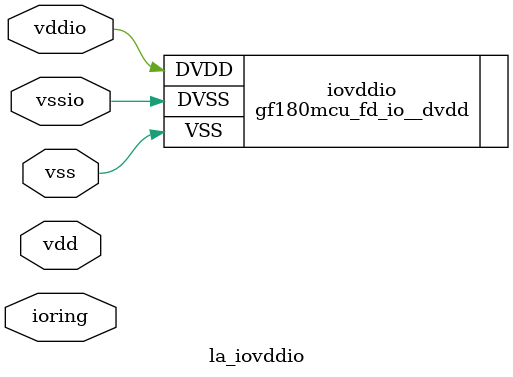
<source format=v>

(* keep_hierarchy *)
module la_iovddio #(
    parameter PROP  = "DEFAULT",  // cell type
    parameter SIDE  = "NO",       // "NO", "SO", "EA", "WE"
    parameter RINGW = 8           // width of io ring
) (
    inout vdd,  // core supply
    inout vss,  // core ground
    inout vddio,  // io supply
    inout vssio,  // io ground
    inout [RINGW-1:0] ioring  // generic io-ring interface
);

  gf180mcu_fd_io__dvdd iovddio (
      .DVDD(vddio),
      .DVSS(vssio),
      .VSS (vss)
  );

endmodule

</source>
